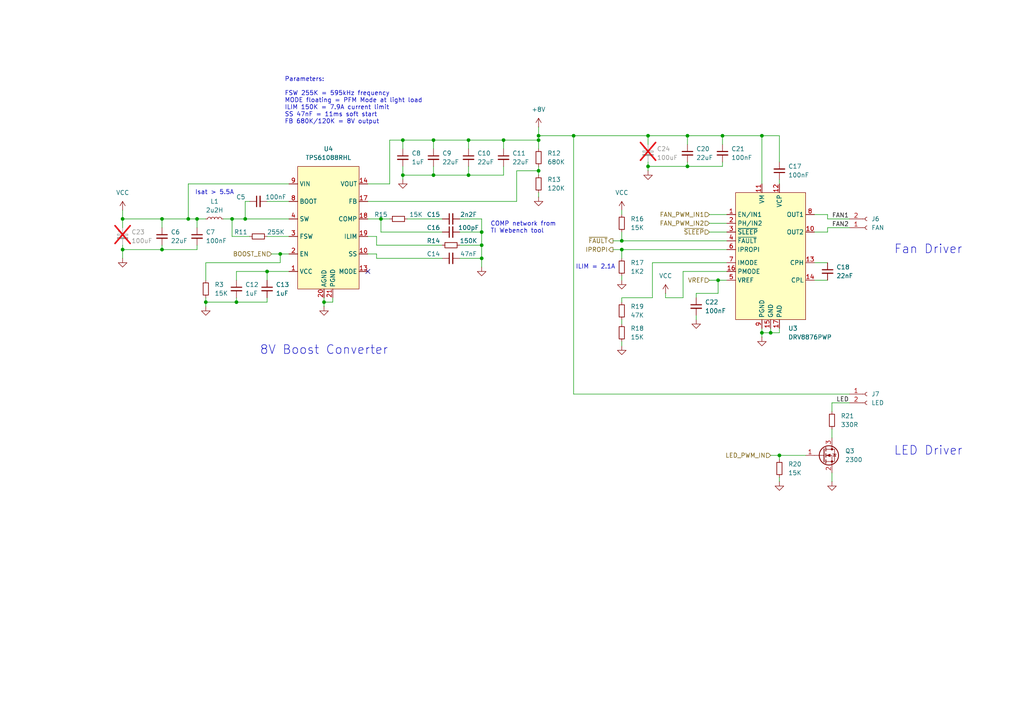
<source format=kicad_sch>
(kicad_sch (version 20231120) (generator "eeschema") (generator_version "8.0")
  (paper "A4")
  (title_block (title "LED Fan Controller") (date "2024-12-07") (rev "2") (company "Sleepy Pony Labs"))
  (lib_symbols
    (symbol "Connector:Conn_01x02_Socket" (pin_names (offset 1.016) hide)
      (property "Reference" "J" (at 0 2.54 0))
      (property "Value" "Conn_01x02_Socket" (at 0 -5.08 0))
      (symbol "Conn_01x02_Socket_1_1"
        (arc (start 0 -2.032) (mid -0.5058 -2.54) (end 0 -3.048) (stroke (width 0.1524)))
        (polyline (pts (xy -1.27 -2.54) (xy -0.508 -2.54)) (stroke (width 0.1524)))
        (polyline (pts (xy -1.27 0) (xy -0.508 0)) (stroke (width 0.1524)))
        (arc (start 0 0.508) (mid -0.5058 0) (end 0 -0.508) (stroke (width 0.1524)))
        (pin passive line (at -5.08 0 0) (length 3.81) (name "Pin_1") (number "1"))
        (pin passive line (at -5.08 -2.54 0) (length 3.81) (name "Pin_2") (number "2"))
      )
    )
    (symbol "Device:C_Polarized_Small" (pin_numbers hide) (pin_names (offset 0.254) hide)
      (property "Reference" "C" (at 0.254 1.778 0))
      (property "Value" "C_Polarized_Small" (at 0.254 -2.032 0))
      (symbol "C_Polarized_Small_0_1"
        (rectangle (start -1.524 -0.3048) (end 1.524 -0.6858) (fill (type outline)))
        (rectangle (start -1.524 0.6858) (end 1.524 0.3048))
        (polyline (pts (xy -1.27 1.524) (xy -0.762 1.524)))
        (polyline (pts (xy -1.016 1.27) (xy -1.016 1.778)))
      )
      (symbol "C_Polarized_Small_1_1"
        (pin passive line (at 0 2.54 270) (length 1.8542) (name "~") (number "1"))
        (pin passive line (at 0 -2.54 90) (length 1.8542) (name "~") (number "2"))
      )
    )
    (symbol "Device:C_Small" (pin_numbers hide) (pin_names (offset 0.254) hide)
      (property "Reference" "C" (at 0.254 1.778 0))
      (property "Value" "C_Small" (at 0.254 -2.032 0))
      (symbol "C_Small_0_1"
        (polyline (pts (xy -1.524 -0.508) (xy 1.524 -0.508)) (stroke (width 0.3302)))
        (polyline (pts (xy -1.524 0.508) (xy 1.524 0.508)) (stroke (width 0.3048)))
      )
      (symbol "C_Small_1_1"
        (pin passive line (at 0 2.54 270) (length 2.032) (name "~") (number "1"))
        (pin passive line (at 0 -2.54 90) (length 2.032) (name "~") (number "2"))
      )
    )
    (symbol "Device:L_Small" (pin_numbers hide) (pin_names (offset 0.254) hide)
      (property "Reference" "L" (at 0.762 1.016 0))
      (property "Value" "L_Small" (at 0.762 -1.016 0))
      (symbol "L_Small_0_1"
        (arc (start 0 -2.032) (mid 0.5058 -1.524) (end 0 -1.016))
        (arc (start 0 -1.016) (mid 0.5058 -0.508) (end 0 0))
        (arc (start 0 0) (mid 0.5058 0.508) (end 0 1.016))
        (arc (start 0 1.016) (mid 0.5058 1.524) (end 0 2.032))
      )
      (symbol "L_Small_1_1"
        (pin passive line (at 0 2.54 270) (length 0.508) (name "~") (number "1"))
        (pin passive line (at 0 -2.54 90) (length 0.508) (name "~") (number "2"))
      )
    )
    (symbol "Device:Q_NMOS_GSD" (pin_names (offset 0) hide)
      (property "Reference" "Q" (at 5.08 1.27 0))
      (property "Value" "Q_NMOS_GSD" (at 5.08 -1.27 0))
      (symbol "Q_NMOS_GSD_0_1"
        (polyline (pts (xy 0.254 0) (xy -2.54 0)))
        (polyline (pts (xy 0.254 1.905) (xy 0.254 -1.905)) (stroke (width 0.254)))
        (polyline (pts (xy 0.762 -1.27) (xy 0.762 -2.286)) (stroke (width 0.254)))
        (polyline (pts (xy 0.762 0.508) (xy 0.762 -0.508)) (stroke (width 0.254)))
        (polyline (pts (xy 0.762 2.286) (xy 0.762 1.27)) (stroke (width 0.254)))
        (polyline (pts (xy 2.54 2.54) (xy 2.54 1.778)))
        (polyline (pts (xy 2.54 -2.54) (xy 2.54 0) (xy 0.762 0)))
        (polyline (pts (xy 0.762 -1.778) (xy 3.302 -1.778) (xy 3.302 1.778) (xy 0.762 1.778)))
        (polyline (pts (xy 1.016 0) (xy 2.032 0.381) (xy 2.032 -0.381) (xy 1.016 0)) (fill (type outline)))
        (polyline (pts (xy 2.794 0.508) (xy 2.921 0.381) (xy 3.683 0.381) (xy 3.81 0.254)))
        (polyline (pts (xy 3.302 0.381) (xy 2.921 -0.254) (xy 3.683 -0.254) (xy 3.302 0.381)))
        (circle (center 1.651 0) (radius 2.794) (stroke (width 0.254)))
        (circle (center 2.54 -1.778) (radius 0.254) (fill (type outline)))
        (circle (center 2.54 1.778) (radius 0.254) (fill (type outline)))
      )
      (symbol "Q_NMOS_GSD_1_1"
        (pin input line (at -5.08 0 0) (length 2.54) (name "G") (number "1"))
        (pin passive line (at 2.54 -5.08 90) (length 2.54) (name "S") (number "2"))
        (pin passive line (at 2.54 5.08 270) (length 2.54) (name "D") (number "3"))
      )
    )
    (symbol "Device:R_Small" (pin_numbers hide) (pin_names (offset 0.254) hide)
      (property "Reference" "R" (at 0.762 0.508 0))
      (property "Value" "R_Small" (at 0.762 -1.016 0))
      (symbol "R_Small_0_1"
        (rectangle (start -0.762 1.778) (end 0.762 -1.778) (stroke (width 0.2032)))
      )
      (symbol "R_Small_1_1"
        (pin passive line (at 0 2.54 270) (length 0.762) (name "~") (number "1"))
        (pin passive line (at 0 -2.54 90) (length 0.762) (name "~") (number "2"))
      )
    )
    (symbol "fan_charger:DRV8876PWP"
      (property "Reference" "U" (at 12.446 -21.59 0))
      (property "Value" "DRV8876PWP" (at 12.954 -24.384 0))
      (symbol "DRV8876PWP_1_1"
        (rectangle (start -10.16 17.78) (end 10.16 -19.05) (fill (type background)))
        (pin input line (at -12.7 11.43 0) (length 2.54) (name "EN/IN1") (number "1"))
        (pin output line (at 12.7 6.35 180) (length 2.54) (name "OUT2") (number "10"))
        (pin power_in line (at -2.54 20.32 270) (length 2.54) (name "VM") (number "11"))
        (pin power_out line (at 2.54 20.32 270) (length 2.54) (name "VCP") (number "12"))
        (pin passive line (at 12.7 -2.54 180) (length 2.54) (name "CPH") (number "13"))
        (pin passive line (at 12.7 -7.62 180) (length 2.54) (name "CPL") (number "14"))
        (pin power_in line (at 0 -21.59 90) (length 2.54) (name "GND") (number "15"))
        (pin input line (at -12.7 -5.08 0) (length 2.54) (name "PMODE") (number "16"))
        (pin power_in line (at 2.54 -21.59 90) (length 2.54) (name "PAD") (number "17"))
        (pin input line (at -12.7 8.89 0) (length 2.54) (name "PH/IN2") (number "2"))
        (pin input line (at -12.7 6.35 0) (length 2.54) (name "~{SLEEP}") (number "3"))
        (pin open_collector line (at -12.7 3.81 0) (length 2.54) (name "~{FAULT}") (number "4"))
        (pin input line (at -12.7 -7.62 0) (length 2.54) (name "VREF") (number "5"))
        (pin output line (at -12.7 1.27 0) (length 2.54) (name "IPROPI") (number "6"))
        (pin input line (at -12.7 -2.54 0) (length 2.54) (name "IMODE") (number "7"))
        (pin output line (at 12.7 11.43 180) (length 2.54) (name "OUT1") (number "8"))
        (pin power_in line (at -2.54 -21.59 90) (length 2.54) (name "PGND") (number "9"))
      )
    )
    (symbol "fan_charger:TPS61088RHL"
      (property "Reference" "U" (at 16.51 -21.336 0))
      (property "Value" "TPS61088RHL" (at 17.018 -23.876 0))
      (symbol "TPS61088RHL_1_1"
        (rectangle (start -8.89 17.78) (end 8.89 -17.78) (fill (type background)))
        (pin power_out line (at -11.43 -12.7 0) (length 2.54) (name "VCC") (number "1"))
        (pin output line (at 11.43 -7.62 180) (length 2.54) (name "SS") (number "10"))
        (pin no_connect line (at 7.62 -20.32 90) (length 2.54) hide (name "NC") (number "11"))
        (pin no_connect line (at 5.08 -20.32 90) (length 2.54) hide (name "NC") (number "12"))
        (pin input line (at 11.43 -12.7 180) (length 2.54) (name "MODE") (number "13"))
        (pin power_out line (at 11.43 12.7 180) (length 2.54) (name "VOUT") (number "14"))
        (pin power_out line (at 11.43 12.7 180) (length 2.54) hide (name "VOUT") (number "15"))
        (pin power_out line (at 11.43 12.7 180) (length 2.54) hide (name "VOUT") (number "16"))
        (pin input line (at 11.43 7.62 180) (length 2.54) (name "FB") (number "17"))
        (pin output line (at 11.43 2.54 180) (length 2.54) (name "COMP") (number "18"))
        (pin output line (at 11.43 -2.54 180) (length 2.54) (name "ILIM") (number "19"))
        (pin input line (at -11.43 -7.62 0) (length 2.54) (name "EN") (number "2"))
        (pin power_in line (at -1.27 -20.32 90) (length 2.54) (name "AGND") (number "20"))
        (pin power_in line (at 1.27 -20.32 90) (length 2.54) (name "PGND") (number "21"))
        (pin input line (at -11.43 -2.54 0) (length 2.54) (name "FSW") (number "3"))
        (pin input line (at -11.43 2.54 0) (length 2.54) (name "SW") (number "4"))
        (pin input line (at -11.43 2.54 0) (length 2.54) hide (name "SW") (number "5"))
        (pin input line (at -11.43 2.54 0) (length 2.54) hide (name "SW") (number "6"))
        (pin input line (at -11.43 2.54 0) (length 2.54) hide (name "SW") (number "7"))
        (pin output line (at -11.43 7.62 0) (length 2.54) (name "BOOT") (number "8"))
        (pin power_in line (at -11.43 12.7 0) (length 2.54) (name "VIN") (number "9"))
      )
    )
    (symbol "power:+9V" (power) (pin_numbers hide) (pin_names (offset 0) hide)
      (property "Value" "+9V" (at 0 3.556 0))
      (symbol "+9V_0_1"
        (polyline (pts (xy -0.762 1.27) (xy 0 2.54)))
        (polyline (pts (xy 0 0) (xy 0 2.54)))
        (polyline (pts (xy 0 2.54) (xy 0.762 1.27)))
      )
      (symbol "+9V_1_1"
        (pin power_in line (at 0 0 90) (length 0) (name "~") (number "1"))
      )
    )
    (symbol "power:GND" (power) (pin_numbers hide) (pin_names (offset 0) hide)
      (property "Value" "GND" (at 0 -3.81 0))
      (symbol "GND_0_1"
        (polyline (pts (xy 0 0) (xy 0 -1.27) (xy 1.27 -1.27) (xy 0 -2.54) (xy -1.27 -1.27) (xy 0 -1.27)))
      )
      (symbol "GND_1_1"
        (pin power_in line (at 0 0 270) (length 0) (name "~") (number "1"))
      )
    )
    (symbol "power:VCC" (power) (pin_numbers hide) (pin_names (offset 0) hide)
      (property "Value" "VCC" (at 0 3.556 0))
      (symbol "VCC_0_1"
        (polyline (pts (xy -0.762 1.27) (xy 0 2.54)))
        (polyline (pts (xy 0 0) (xy 0 2.54)))
        (polyline (pts (xy 0 2.54) (xy 0.762 1.27)))
      )
      (symbol "VCC_1_1"
        (pin power_in line (at 0 0 90) (length 0) (name "~") (number "1"))
      )
    )
  )
  (junction (at 46.99 72.39))
  (junction (at 220.98 39.37))
  (junction (at 46.99 63.5))
  (junction (at 125.73 50.8))
  (junction (at 54.61 63.5))
  (junction (at 199.39 48.26))
  (junction (at 135.89 50.8))
  (junction (at 156.21 49.53))
  (junction (at 93.98 87.63))
  (junction (at 67.31 63.5))
  (junction (at 156.21 39.37))
  (junction (at 35.56 63.5))
  (junction (at 71.12 63.5))
  (junction (at 220.98 96.52))
  (junction (at 135.89 40.64))
  (junction (at 180.34 69.85))
  (junction (at 116.84 40.64))
  (junction (at 199.39 39.37))
  (junction (at 125.73 40.64))
  (junction (at 208.28 81.28))
  (junction (at 226.06 132.08))
  (junction (at 180.34 72.39))
  (junction (at 166.37 39.37))
  (junction (at 187.96 48.26))
  (junction (at 139.7 71.12))
  (junction (at 139.7 74.93))
  (junction (at 223.52 96.52))
  (junction (at 209.55 39.37))
  (junction (at 139.7 67.31))
  (junction (at 81.28 73.66))
  (junction (at 187.96 39.37))
  (junction (at 156.21 40.64))
  (junction (at 77.47 78.74))
  (junction (at 146.05 40.64))
  (junction (at 68.58 87.63))
  (junction (at 59.69 87.63))
  (junction (at 110.49 63.5))
  (junction (at 116.84 50.8))
  (junction (at 57.15 63.5))
  (junction (at 35.56 72.39))
  (no_connect (at 106.68 78.74))
  (wire (pts (xy 223.52 96.52) (xy 220.98 96.52)))
  (wire (pts (xy 110.49 63.5) (xy 113.03 63.5)))
  (wire (pts (xy 220.98 39.37) (xy 226.06 39.37)))
  (wire (pts (xy 35.56 60.96) (xy 35.56 63.5)))
  (wire (pts (xy 139.7 71.12) (xy 139.7 74.93)))
  (wire (pts (xy 125.73 40.64) (xy 135.89 40.64)))
  (wire (pts (xy 68.58 87.63) (xy 59.69 87.63)))
  (wire (pts (xy 236.22 62.23) (xy 240.03 62.23)))
  (wire (pts (xy 72.39 58.42) (xy 71.12 58.42)))
  (wire (pts (xy 125.73 48.26) (xy 125.73 50.8)))
  (wire (pts (xy 189.23 76.2) (xy 210.82 76.2)))
  (wire (pts (xy 116.84 50.8) (xy 116.84 52.07)))
  (wire (pts (xy 241.3 137.16) (xy 241.3 139.7)))
  (wire (pts (xy 205.74 62.23) (xy 210.82 62.23)))
  (wire (pts (xy 146.05 40.64) (xy 146.05 43.18)))
  (wire (pts (xy 166.37 39.37) (xy 187.96 39.37)))
  (wire (pts (xy 193.04 85.09) (xy 193.04 86.36)))
  (wire (pts (xy 106.68 53.34) (xy 113.03 53.34)))
  (wire (pts (xy 146.05 48.26) (xy 146.05 50.8)))
  (wire (pts (xy 226.06 52.07) (xy 226.06 53.34)))
  (wire (pts (xy 116.84 40.64) (xy 125.73 40.64)))
  (wire (pts (xy 68.58 87.63) (xy 77.47 87.63)))
  (wire (pts (xy 180.34 60.96) (xy 180.34 62.23)))
  (wire (pts (xy 72.39 68.58) (xy 67.31 68.58)))
  (wire (pts (xy 149.86 58.42) (xy 149.86 49.53)))
  (wire (pts (xy 96.52 87.63) (xy 93.98 87.63)))
  (wire (pts (xy 54.61 63.5) (xy 54.61 53.34)))
  (wire (pts (xy 226.06 132.08) (xy 233.68 132.08)))
  (wire (pts (xy 67.31 68.58) (xy 67.31 63.5)))
  (wire (pts (xy 156.21 49.53) (xy 156.21 50.8)))
  (wire (pts (xy 205.74 81.28) (xy 208.28 81.28)))
  (wire (pts (xy 187.96 39.37) (xy 187.96 41.91)))
  (wire (pts (xy 54.61 63.5) (xy 57.15 63.5)))
  (wire (pts (xy 180.34 87.63) (xy 180.34 86.36)))
  (wire (pts (xy 109.22 73.66) (xy 106.68 73.66)))
  (wire (pts (xy 201.93 86.36) (xy 201.93 85.09)))
  (wire (pts (xy 166.37 114.3) (xy 166.37 39.37)))
  (wire (pts (xy 177.8 69.85) (xy 180.34 69.85)))
  (wire (pts (xy 83.82 78.74) (xy 77.47 78.74)))
  (wire (pts (xy 246.38 116.84) (xy 241.3 116.84)))
  (wire (pts (xy 240.03 63.5) (xy 246.38 63.5)))
  (wire (pts (xy 93.98 87.63) (xy 93.98 88.9)))
  (wire (pts (xy 96.52 86.36) (xy 96.52 87.63)))
  (wire (pts (xy 109.22 74.93) (xy 109.22 73.66)))
  (wire (pts (xy 109.22 68.58) (xy 106.68 68.58)))
  (wire (pts (xy 205.74 67.31) (xy 210.82 67.31)))
  (wire (pts (xy 201.93 91.44) (xy 201.93 92.71)))
  (wire (pts (xy 77.47 58.42) (xy 83.82 58.42)))
  (wire (pts (xy 125.73 50.8) (xy 116.84 50.8)))
  (wire (pts (xy 135.89 40.64) (xy 135.89 43.18)))
  (wire (pts (xy 240.03 67.31) (xy 240.03 66.04)))
  (wire (pts (xy 226.06 138.43) (xy 226.06 139.7)))
  (wire (pts (xy 241.3 116.84) (xy 241.3 119.38)))
  (wire (pts (xy 68.58 81.28) (xy 68.58 78.74)))
  (wire (pts (xy 180.34 92.71) (xy 180.34 93.98)))
  (wire (pts (xy 180.34 80.01) (xy 180.34 81.28)))
  (wire (pts (xy 68.58 78.74) (xy 77.47 78.74)))
  (wire (pts (xy 236.22 81.28) (xy 240.03 81.28)))
  (wire (pts (xy 177.8 72.39) (xy 180.34 72.39)))
  (wire (pts (xy 236.22 76.2) (xy 240.03 76.2)))
  (wire (pts (xy 223.52 95.25) (xy 223.52 96.52)))
  (wire (pts (xy 118.11 63.5) (xy 128.27 63.5)))
  (wire (pts (xy 198.12 78.74) (xy 210.82 78.74)))
  (wire (pts (xy 93.98 86.36) (xy 93.98 87.63)))
  (wire (pts (xy 78.74 73.66) (xy 81.28 73.66)))
  (wire (pts (xy 46.99 71.12) (xy 46.99 72.39)))
  (wire (pts (xy 240.03 66.04) (xy 246.38 66.04)))
  (wire (pts (xy 209.55 48.26) (xy 199.39 48.26)))
  (wire (pts (xy 193.04 86.36) (xy 198.12 86.36)))
  (wire (pts (xy 198.12 86.36) (xy 198.12 78.74)))
  (wire (pts (xy 64.77 63.5) (xy 67.31 63.5)))
  (wire (pts (xy 199.39 39.37) (xy 199.39 41.91)))
  (wire (pts (xy 81.28 73.66) (xy 83.82 73.66)))
  (wire (pts (xy 110.49 67.31) (xy 110.49 63.5)))
  (wire (pts (xy 135.89 50.8) (xy 125.73 50.8)))
  (wire (pts (xy 240.03 62.23) (xy 240.03 63.5)))
  (wire (pts (xy 146.05 40.64) (xy 156.21 40.64)))
  (wire (pts (xy 133.35 71.12) (xy 139.7 71.12)))
  (wire (pts (xy 67.31 63.5) (xy 71.12 63.5)))
  (wire (pts (xy 226.06 133.35) (xy 226.06 132.08)))
  (wire (pts (xy 77.47 78.74) (xy 77.47 81.28)))
  (wire (pts (xy 35.56 72.39) (xy 46.99 72.39)))
  (wire (pts (xy 209.55 39.37) (xy 220.98 39.37)))
  (wire (pts (xy 128.27 67.31) (xy 110.49 67.31)))
  (wire (pts (xy 128.27 71.12) (xy 109.22 71.12)))
  (wire (pts (xy 199.39 39.37) (xy 209.55 39.37)))
  (wire (pts (xy 133.35 63.5) (xy 139.7 63.5)))
  (wire (pts (xy 220.98 96.52) (xy 220.98 97.79)))
  (wire (pts (xy 205.74 64.77) (xy 210.82 64.77)))
  (wire (pts (xy 187.96 39.37) (xy 199.39 39.37)))
  (wire (pts (xy 246.38 114.3) (xy 166.37 114.3)))
  (wire (pts (xy 59.69 81.28) (xy 59.69 76.2)))
  (wire (pts (xy 187.96 48.26) (xy 187.96 49.53)))
  (wire (pts (xy 156.21 40.64) (xy 156.21 43.18)))
  (wire (pts (xy 71.12 58.42) (xy 71.12 63.5)))
  (wire (pts (xy 59.69 63.5) (xy 57.15 63.5)))
  (wire (pts (xy 180.34 86.36) (xy 189.23 86.36)))
  (wire (pts (xy 77.47 68.58) (xy 83.82 68.58)))
  (wire (pts (xy 59.69 86.36) (xy 59.69 87.63)))
  (wire (pts (xy 156.21 39.37) (xy 156.21 40.64)))
  (wire (pts (xy 180.34 99.06) (xy 180.34 100.33)))
  (wire (pts (xy 146.05 50.8) (xy 135.89 50.8)))
  (wire (pts (xy 35.56 66.04) (xy 35.56 63.5)))
  (wire (pts (xy 71.12 63.5) (xy 83.82 63.5)))
  (wire (pts (xy 46.99 72.39) (xy 57.15 72.39)))
  (wire (pts (xy 187.96 46.99) (xy 187.96 48.26)))
  (wire (pts (xy 128.27 74.93) (xy 109.22 74.93)))
  (wire (pts (xy 156.21 55.88) (xy 156.21 57.15)))
  (wire (pts (xy 35.56 71.12) (xy 35.56 72.39)))
  (wire (pts (xy 139.7 63.5) (xy 139.7 67.31)))
  (wire (pts (xy 135.89 48.26) (xy 135.89 50.8)))
  (wire (pts (xy 57.15 71.12) (xy 57.15 72.39)))
  (wire (pts (xy 125.73 40.64) (xy 125.73 43.18)))
  (wire (pts (xy 35.56 72.39) (xy 35.56 74.93)))
  (wire (pts (xy 35.56 63.5) (xy 46.99 63.5)))
  (wire (pts (xy 156.21 49.53) (xy 156.21 48.26)))
  (wire (pts (xy 116.84 48.26) (xy 116.84 50.8)))
  (wire (pts (xy 226.06 96.52) (xy 223.52 96.52)))
  (wire (pts (xy 133.35 74.93) (xy 139.7 74.93)))
  (wire (pts (xy 180.34 72.39) (xy 180.34 74.93)))
  (wire (pts (xy 139.7 74.93) (xy 139.7 77.47)))
  (wire (pts (xy 113.03 40.64) (xy 116.84 40.64)))
  (wire (pts (xy 46.99 63.5) (xy 54.61 63.5)))
  (wire (pts (xy 180.34 69.85) (xy 210.82 69.85)))
  (wire (pts (xy 59.69 76.2) (xy 81.28 76.2)))
  (wire (pts (xy 81.28 76.2) (xy 81.28 73.66)))
  (wire (pts (xy 77.47 86.36) (xy 77.47 87.63)))
  (wire (pts (xy 201.93 85.09) (xy 208.28 85.09)))
  (wire (pts (xy 208.28 81.28) (xy 210.82 81.28)))
  (wire (pts (xy 156.21 39.37) (xy 166.37 39.37)))
  (wire (pts (xy 209.55 39.37) (xy 209.55 41.91)))
  (wire (pts (xy 220.98 95.25) (xy 220.98 96.52)))
  (wire (pts (xy 106.68 63.5) (xy 110.49 63.5)))
  (wire (pts (xy 180.34 69.85) (xy 180.34 67.31)))
  (wire (pts (xy 57.15 63.5) (xy 57.15 66.04)))
  (wire (pts (xy 220.98 53.34) (xy 220.98 39.37)))
  (wire (pts (xy 109.22 71.12) (xy 109.22 68.58)))
  (wire (pts (xy 149.86 49.53) (xy 156.21 49.53)))
  (wire (pts (xy 236.22 67.31) (xy 240.03 67.31)))
  (wire (pts (xy 59.69 87.63) (xy 59.69 88.9)))
  (wire (pts (xy 223.52 132.08) (xy 226.06 132.08)))
  (wire (pts (xy 116.84 40.64) (xy 116.84 43.18)))
  (wire (pts (xy 156.21 36.83) (xy 156.21 39.37)))
  (wire (pts (xy 241.3 124.46) (xy 241.3 127)))
  (wire (pts (xy 180.34 72.39) (xy 210.82 72.39)))
  (wire (pts (xy 46.99 66.04) (xy 46.99 63.5)))
  (wire (pts (xy 139.7 67.31) (xy 139.7 71.12)))
  (wire (pts (xy 189.23 86.36) (xy 189.23 76.2)))
  (wire (pts (xy 54.61 53.34) (xy 83.82 53.34)))
  (wire (pts (xy 208.28 85.09) (xy 208.28 81.28)))
  (wire (pts (xy 187.96 48.26) (xy 199.39 48.26)))
  (wire (pts (xy 209.55 46.99) (xy 209.55 48.26)))
  (wire (pts (xy 68.58 86.36) (xy 68.58 87.63)))
  (wire (pts (xy 106.68 58.42) (xy 149.86 58.42)))
  (wire (pts (xy 226.06 39.37) (xy 226.06 46.99)))
  (wire (pts (xy 113.03 53.34) (xy 113.03 40.64)))
  (wire (pts (xy 199.39 46.99) (xy 199.39 48.26)))
  (wire (pts (xy 226.06 95.25) (xy 226.06 96.52)))
  (wire (pts (xy 135.89 40.64) (xy 146.05 40.64)))
  (wire (pts (xy 133.35 67.31) (xy 139.7 67.31)))
  (text "Fan Driver" (at 269.24 72.39 0) (effects (font (size 2.54 2.54))))
  (text "Isat > 5.5A" (at 62.23 55.88 0) (effects (font (size 1.27 1.27))))
  (text "LED Driver" (at 269.24 130.81 0) (effects (font (size 2.54 2.54))))
  (text "Parameters:\n\nFSW 255K = 595kHz frequency\nMODE floating = PFM Mode at light load\nILIM 150K = 7.9A current limit\nSS 47nF = 11ms soft start\nFB 680K/120K = 8V output" (at 82.55 29.21 0) (effects (font (size 1.27 1.27)) (justify left)))
  (text "ILIM = 2.1A" (at 172.72 77.47 0) (effects (font (size 1.27 1.27))))
  (text "8V Boost Converter" (at 93.98 101.6 0) (effects (font (size 2.54 2.54))))
  (text "COMP network from\nTI Webench tool" (at 142.24 66.04 0) (effects (font (size 1.27 1.27)) (justify left)))
  (label "FAN2" (at 241.3 66.04 0))
  (label "FAN1" (at 241.3 63.5 0))
  (label "LED" (at 242.57 116.84 0))
  (hierarchical_label "VREF" (shape input) (at 205.74 81.28 180))
  (hierarchical_label "FAN_PWM_IN2" (shape input) (at 205.74 64.77 180))
  (hierarchical_label "BOOST_EN" (shape input) (at 78.74 73.66 180))
  (hierarchical_label "FAN_PWM_IN1" (shape input) (at 205.74 62.23 180))
  (hierarchical_label "LED_PWM_IN" (shape input) (at 223.52 132.08 180))
  (hierarchical_label "~{SLEEP}" (shape input) (at 205.74 67.31 180))
  (hierarchical_label "~{FAULT}" (shape output) (at 177.8 69.85 180))
  (hierarchical_label "IPROPI" (shape output) (at 177.8 72.39 180))
  (symbol (lib_id "Device:R_Small") (at 156.21 53.34 0) (unit 1)
    (property "Reference" "R13" (at 158.75 52.0699 0) (effects (justify left)))
    (property "Value" "120K" (at 158.75 54.6099 0) (effects (justify left)))
    (property "Footprint" "Resistor_SMD:R_0603_1608Metric" (effects (hide yes)))
    (property "Description" "Resistor, small symbol" (effects (hide yes)))
  )
  (symbol (lib_id "power:GND") (at 220.98 97.79 0) (unit 1)
    (property "Reference" "#PWR029" (effects (hide yes)))
    (property "Value" "GND" (effects (hide yes)))
    (property "Description" "Power symbol creates a global label with name \"GND\" , ground" (effects (hide yes)))
  )
  (symbol (lib_id "power:GND") (at 180.34 100.33 0) (unit 1)
    (property "Reference" "#PWR032" (effects (hide yes)))
    (property "Value" "GND" (effects (hide yes)))
    (property "Description" "Power symbol creates a global label with name \"GND\" , ground" (effects (hide yes)))
  )
  (symbol (lib_id "Device:R_Small") (at 226.06 135.89 0) (unit 1)
    (property "Reference" "R20" (at 228.6 134.6199 0) (effects (justify left)))
    (property "Value" "15K" (at 228.6 137.1599 0) (effects (justify left)))
    (property "Footprint" "Resistor_SMD:R_0603_1608Metric" (effects (hide yes)))
    (property "Description" "Resistor, small symbol" (effects (hide yes)))
  )
  (symbol (lib_id "Device:R_Small") (at 241.3 121.92 0) (unit 1)
    (property "Reference" "R21" (at 243.84 120.6499 0) (effects (justify left)))
    (property "Value" "330R" (at 243.84 123.1899 0) (effects (justify left)))
    (property "Footprint" "Resistor_SMD:R_0603_1608Metric" (effects (hide yes)))
    (property "Description" "Resistor, small symbol" (effects (hide yes)))
  )
  (symbol (lib_id "power:GND") (at 93.98 88.9 0) (unit 1)
    (property "Reference" "#PWR023" (effects (hide yes)))
    (property "Value" "GND" (effects (hide yes)))
    (property "Description" "Power symbol creates a global label with name \"GND\" , ground" (effects (hide yes)))
  )
  (symbol (lib_id "Device:L_Small") (at 62.23 63.5 90) (unit 1)
    (property "Reference" "L1" (at 62.23 58.42 90))
    (property "Value" "2u2H" (at 62.23 60.96 90))
    (property "Footprint" "Inductor_SMD:L_Abracon_ASPI-0630LR" (effects (hide yes)))
    (property "Description" "Inductor, small symbol" (effects (hide yes)))
  )
  (symbol (lib_id "Device:C_Small") (at 146.05 45.72 0) (unit 1)
    (property "Reference" "C11" (at 148.59 44.4562 0) (effects (justify left)))
    (property "Value" "22uF" (at 148.59 46.9962 0) (effects (justify left)))
    (property "Footprint" "Capacitor_SMD:C_1210_3225Metric" (effects (hide yes)))
    (property "Description" "Unpolarized capacitor, small symbol" (effects (hide yes)))
  )
  (symbol (lib_id "Device:C_Polarized_Small") (at 187.96 44.45 0) (unit 1) (in_bom no) (dnp yes)
    (property "Reference" "C24" (at 190.5 43.18 0) (effects (justify left)))
    (property "Value" "100uF" (at 190.5 45.72 0) (effects (justify left)))
    (property "Footprint" "Capacitor_THT:CP_Radial_D6.3mm_P2.50mm" (effects (hide yes)))
    (property "Description" "Polarized capacitor, small symbol" (effects (hide yes)))
  )
  (symbol (lib_id "power:GND") (at 116.84 52.07 0) (unit 1)
    (property "Reference" "#PWR024" (effects (hide yes)))
    (property "Value" "GND" (effects (hide yes)))
    (property "Description" "Power symbol creates a global label with name \"GND\" , ground" (effects (hide yes)))
  )
  (symbol (lib_id "Device:C_Small") (at 116.84 45.72 0) (unit 1)
    (property "Reference" "C8" (at 119.38 44.4562 0) (effects (justify left)))
    (property "Value" "1uF" (at 119.38 46.9962 0) (effects (justify left)))
    (property "Footprint" "Capacitor_SMD:C_0603_1608Metric" (effects (hide yes)))
    (property "Description" "Unpolarized capacitor, small symbol" (effects (hide yes)))
  )
  (symbol (lib_id "Device:C_Small") (at 226.06 49.53 180) (unit 1)
    (property "Reference" "C17" (at 228.6 48.2535 0) (effects (justify right)))
    (property "Value" "100nF" (at 228.6 50.7935 0) (effects (justify right)))
    (property "Footprint" "Capacitor_SMD:C_0603_1608Metric" (effects (hide yes)))
    (property "Description" "Unpolarized capacitor, small symbol" (effects (hide yes)))
  )
  (symbol (lib_id "power:+9V") (at 156.21 36.83 0) (unit 1)
    (property "Reference" "#PWR026" (effects (hide yes)))
    (property "Value" "+8V" (at 156.21 31.75 0))
    (property "Description" "Power symbol creates a global label with name \"+9V\"" (effects (hide yes)))
  )
  (symbol (lib_id "Device:C_Small") (at 201.93 88.9 0) (unit 1)
    (property "Reference" "C22" (at 204.47 87.6362 0) (effects (justify left)))
    (property "Value" "100nF" (at 204.47 90.1762 0) (effects (justify left)))
    (property "Footprint" "Capacitor_SMD:C_0603_1608Metric" (effects (hide yes)))
    (property "Description" "Unpolarized capacitor, small symbol" (effects (hide yes)))
  )
  (symbol (lib_id "Connector:Conn_01x02_Socket") (at 251.46 114.3 0) (unit 1)
    (property "Reference" "J7" (at 252.73 114.2999 0) (effects (justify left)))
    (property "Value" "LED" (at 252.73 116.8399 0) (effects (justify left)))
    (property "Footprint" "Connector_JST:JST_XH_S2B-XH-A_1x02_P2.50mm_Horizontal" (effects (hide yes)))
    (property "Description" "Generic connector, single row, 01x02, script generated" (effects (hide yes)))
  )
  (symbol (lib_id "Device:R_Small") (at 59.69 83.82 0) (unit 1)
    (property "Reference" "R3" (at 62.23 82.5499 0) (effects (justify left)))
    (property "Value" "15K" (at 62.23 85.0899 0) (effects (justify left)))
    (property "Footprint" "Resistor_SMD:R_0603_1608Metric" (effects (hide yes)))
    (property "Description" "Resistor, small symbol" (effects (hide yes)))
  )
  (symbol (lib_id "power:VCC") (at 180.34 60.96 0) (unit 1)
    (property "Reference" "#PWR049" (effects (hide yes)))
    (property "Value" "VCC" (at 180.34 55.88 0))
    (property "Description" "Power symbol creates a global label with name \"VCC\"" (effects (hide yes)))
  )
  (symbol (lib_id "power:GND") (at 187.96 49.53 0) (unit 1)
    (property "Reference" "#PWR046" (effects (hide yes)))
    (property "Value" "GND" (effects (hide yes)))
    (property "Description" "Power symbol creates a global label with name \"GND\" , ground" (effects (hide yes)))
  )
  (symbol (lib_id "Device:Q_NMOS_GSD") (at 238.76 132.08 0) (unit 1)
    (property "Reference" "Q3" (at 245.11 130.8099 0) (effects (justify left)))
    (property "Value" "2300" (at 245.11 133.3499 0) (effects (justify left)))
    (property "Footprint" "Package_TO_SOT_SMD:SOT-23" (effects (hide yes)))
    (property "Description" "N-MOSFET transistor, gate/source/drain" (effects (hide yes)))
  )
  (symbol (lib_id "Device:R_Small") (at 180.34 96.52 0) (unit 1)
    (property "Reference" "R18" (at 182.88 95.2499 0) (effects (justify left)))
    (property "Value" "15K" (at 182.88 97.7899 0) (effects (justify left)))
    (property "Footprint" "Resistor_SMD:R_0603_1608Metric" (effects (hide yes)))
    (property "Description" "Resistor, small symbol" (effects (hide yes)))
  )
  (symbol (lib_id "Device:C_Small") (at 199.39 44.45 0) (unit 1)
    (property "Reference" "C20" (at 201.93 43.1862 0) (effects (justify left)))
    (property "Value" "22uF" (at 201.93 45.7262 0) (effects (justify left)))
    (property "Footprint" "Capacitor_SMD:C_1210_3225Metric" (effects (hide yes)))
    (property "Description" "Unpolarized capacitor, small symbol" (effects (hide yes)))
  )
  (symbol (lib_id "Device:C_Small") (at 130.81 67.31 90) (unit 1)
    (property "Reference" "C16" (at 125.73 66.04 90))
    (property "Value" "100pF" (at 135.89 66.04 90))
    (property "Footprint" "Capacitor_SMD:C_0603_1608Metric" (effects (hide yes)))
    (property "Description" "Unpolarized capacitor, small symbol" (effects (hide yes)))
  )
  (symbol (lib_id "fan_charger:TPS61088RHL") (at 95.25 66.04 0) (unit 1)
    (property "Reference" "U4" (at 95.25 43.18 0))
    (property "Value" "TPS61088RHL" (at 95.25 45.72 0))
    (property "Footprint" "Package_DFN_QFN:Texas_VQFN-RHL-20" (effects (hide yes)))
    (property "Datasheet" "https://www.ti.com/lit/ds/symlink/tps61088.pdf" (effects (hide yes)))
    (property "Description" "10-A Fully-Integrated Synchronous Boost Converter" (effects (hide yes)))
  )
  (symbol (lib_id "power:GND") (at 156.21 57.15 0) (unit 1)
    (property "Reference" "#PWR025" (effects (hide yes)))
    (property "Value" "GND" (effects (hide yes)))
    (property "Description" "Power symbol creates a global label with name \"GND\" , ground" (effects (hide yes)))
  )
  (symbol (lib_id "power:GND") (at 226.06 139.7 0) (unit 1)
    (property "Reference" "#PWR035" (effects (hide yes)))
    (property "Value" "GND" (effects (hide yes)))
    (property "Description" "Power symbol creates a global label with name \"GND\" , ground" (effects (hide yes)))
  )
  (symbol (lib_id "Device:C_Small") (at 135.89 45.72 0) (unit 1)
    (property "Reference" "C10" (at 138.43 44.4562 0) (effects (justify left)))
    (property "Value" "22uF" (at 138.43 46.9962 0) (effects (justify left)))
    (property "Footprint" "Capacitor_SMD:C_1210_3225Metric" (effects (hide yes)))
    (property "Description" "Unpolarized capacitor, small symbol" (effects (hide yes)))
  )
  (symbol (lib_id "Device:C_Small") (at 130.81 63.5 90) (unit 1)
    (property "Reference" "C15" (at 125.73 62.23 90))
    (property "Value" "2n2F" (at 135.89 62.23 90))
    (property "Footprint" "Capacitor_SMD:C_0603_1608Metric" (effects (hide yes)))
    (property "Description" "Unpolarized capacitor, small symbol" (effects (hide yes)))
  )
  (symbol (lib_id "power:GND") (at 139.7 77.47 0) (unit 1)
    (property "Reference" "#PWR028" (effects (hide yes)))
    (property "Value" "GND" (effects (hide yes)))
    (property "Description" "Power symbol creates a global label with name \"GND\" , ground" (effects (hide yes)))
  )
  (symbol (lib_id "Device:C_Small") (at 125.73 45.72 0) (unit 1)
    (property "Reference" "C9" (at 128.27 44.4562 0) (effects (justify left)))
    (property "Value" "22uF" (at 128.27 46.9962 0) (effects (justify left)))
    (property "Footprint" "Capacitor_SMD:C_1210_3225Metric" (effects (hide yes)))
    (property "Description" "Unpolarized capacitor, small symbol" (effects (hide yes)))
  )
  (symbol (lib_id "Device:C_Small") (at 77.47 83.82 0) (unit 1)
    (property "Reference" "C13" (at 80.01 82.5562 0) (effects (justify left)))
    (property "Value" "1uF" (at 80.01 85.0962 0) (effects (justify left)))
    (property "Footprint" "Capacitor_SMD:C_0603_1608Metric" (effects (hide yes)))
    (property "Description" "Unpolarized capacitor, small symbol" (effects (hide yes)))
  )
  (symbol (lib_id "Device:C_Small") (at 130.81 74.93 90) (unit 1)
    (property "Reference" "C14" (at 125.73 73.66 90))
    (property "Value" "47nF" (at 135.89 73.66 90))
    (property "Footprint" "Capacitor_SMD:C_0603_1608Metric" (effects (hide yes)))
    (property "Description" "Unpolarized capacitor, small symbol" (effects (hide yes)))
  )
  (symbol (lib_id "Device:R_Small") (at 180.34 90.17 0) (unit 1)
    (property "Reference" "R19" (at 182.88 88.8999 0) (effects (justify left)))
    (property "Value" "47K" (at 182.88 91.4399 0) (effects (justify left)))
    (property "Footprint" "Resistor_SMD:R_0603_1608Metric" (effects (hide yes)))
    (property "Description" "Resistor, small symbol" (effects (hide yes)))
  )
  (symbol (lib_id "Connector:Conn_01x02_Socket") (at 251.46 66.04 0) (mirror x) (unit 1)
    (property "Reference" "J6" (at 252.73 63.5 0) (effects (justify left)))
    (property "Value" "FAN" (at 252.73 66.04 0) (effects (justify left)))
    (property "Footprint" "Connector_JST:JST_XH_S2B-XH-A_1x02_P2.50mm_Horizontal" (effects (hide yes)))
    (property "Description" "Generic connector, single row, 01x02, script generated" (effects (hide yes)))
  )
  (symbol (lib_id "power:GND") (at 241.3 139.7 0) (unit 1)
    (property "Reference" "#PWR034" (effects (hide yes)))
    (property "Value" "GND" (effects (hide yes)))
    (property "Description" "Power symbol creates a global label with name \"GND\" , ground" (effects (hide yes)))
  )
  (symbol (lib_id "Device:R_Small") (at 180.34 64.77 0) (unit 1)
    (property "Reference" "R16" (at 182.88 63.4999 0) (effects (justify left)))
    (property "Value" "15K" (at 182.88 66.0399 0) (effects (justify left)))
    (property "Footprint" "Resistor_SMD:R_0603_1608Metric" (effects (hide yes)))
    (property "Description" "Resistor, small symbol" (effects (hide yes)))
  )
  (symbol (lib_id "power:GND") (at 59.69 88.9 0) (unit 1)
    (property "Reference" "#PWR027" (effects (hide yes)))
    (property "Value" "GND" (effects (hide yes)))
    (property "Description" "Power symbol creates a global label with name \"GND\" , ground" (effects (hide yes)))
  )
  (symbol (lib_id "power:GND") (at 180.34 81.28 0) (unit 1)
    (property "Reference" "#PWR031" (effects (hide yes)))
    (property "Value" "GND" (effects (hide yes)))
    (property "Description" "Power symbol creates a global label with name \"GND\" , ground" (effects (hide yes)))
  )
  (symbol (lib_id "power:VCC") (at 35.56 60.96 0) (unit 1)
    (property "Reference" "#PWR022" (effects (hide yes)))
    (property "Value" "VCC" (at 35.56 55.88 0))
    (property "Description" "Power symbol creates a global label with name \"VCC\"" (effects (hide yes)))
  )
  (symbol (lib_id "Device:R_Small") (at 180.34 77.47 0) (unit 1)
    (property "Reference" "R17" (at 182.88 76.1999 0) (effects (justify left)))
    (property "Value" "1K2" (at 182.88 78.7399 0) (effects (justify left)))
    (property "Footprint" "Resistor_SMD:R_0603_1608Metric" (effects (hide yes)))
    (property "Description" "Resistor, small symbol" (effects (hide yes)))
  )
  (symbol (lib_id "Device:R_Small") (at 74.93 68.58 90) (unit 1)
    (property "Reference" "R11" (at 69.85 67.31 90))
    (property "Value" "255K" (at 80.01 67.31 90))
    (property "Footprint" "Resistor_SMD:R_0603_1608Metric" (effects (hide yes)))
    (property "Description" "Resistor, small symbol" (effects (hide yes)))
  )
  (symbol (lib_id "power:GND") (at 201.93 92.71 0) (unit 1)
    (property "Reference" "#PWR047" (effects (hide yes)))
    (property "Value" "GND" (effects (hide yes)))
    (property "Description" "Power symbol creates a global label with name \"GND\" , ground" (effects (hide yes)))
  )
  (symbol (lib_id "Device:R_Small") (at 115.57 63.5 90) (unit 1)
    (property "Reference" "R15" (at 110.49 62.23 90))
    (property "Value" "15K" (at 120.65 62.23 90))
    (property "Footprint" "Resistor_SMD:R_0603_1608Metric" (effects (hide yes)))
    (property "Description" "Resistor, small symbol" (effects (hide yes)))
  )
  (symbol (lib_id "power:GND") (at 35.56 74.93 0) (unit 1)
    (property "Reference" "#PWR021" (effects (hide yes)))
    (property "Value" "GND" (effects (hide yes)))
    (property "Description" "Power symbol creates a global label with name \"GND\" , ground" (effects (hide yes)))
  )
  (symbol (lib_id "power:VCC") (at 193.04 85.09 0) (unit 1)
    (property "Reference" "#PWR050" (effects (hide yes)))
    (property "Value" "VCC" (at 193.04 80.01 0))
    (property "Description" "Power symbol creates a global label with name \"VCC\"" (effects (hide yes)))
  )
  (symbol (lib_id "Device:C_Small") (at 46.99 68.58 0) (unit 1)
    (property "Reference" "C6" (at 49.53 67.3162 0) (effects (justify left)))
    (property "Value" "22uF" (at 49.53 69.8562 0) (effects (justify left)))
    (property "Footprint" "Capacitor_SMD:C_1210_3225Metric" (effects (hide yes)))
    (property "Description" "Unpolarized capacitor, small symbol" (effects (hide yes)))
  )
  (symbol (lib_id "fan_charger:DRV8876PWP") (at 223.52 73.66 0) (unit 1)
    (property "Reference" "U3" (at 228.6 95.25 0) (effects (justify left)))
    (property "Value" "DRV8876PWP" (at 228.6 97.79 0) (effects (justify left)))
    (property "Footprint" "Package_SO:TSSOP-16-1EP_4.4x5mm_P0.65mm" (effects (hide yes)))
    (property "Datasheet" "https://www.ti.com/lit/ds/symlink/drv8876.pdf" (effects (hide yes)))
    (property "Description" "H-Bridge Motor Driver With Integrated Current Sense and Regulation" (effects (hide yes)))
  )
  (symbol (lib_id "Device:C_Small") (at 74.93 58.42 90) (unit 1)
    (property "Reference" "C5" (at 69.85 57.15 90))
    (property "Value" "100nF" (at 80.01 57.15 90))
    (property "Footprint" "Capacitor_SMD:C_0603_1608Metric" (effects (hide yes)))
    (property "Description" "Unpolarized capacitor, small symbol" (effects (hide yes)))
  )
  (symbol (lib_id "Device:C_Small") (at 68.58 83.82 0) (unit 1)
    (property "Reference" "C12" (at 71.12 82.5562 0) (effects (justify left)))
    (property "Value" "1uF" (at 71.12 85.0962 0) (effects (justify left)))
    (property "Footprint" "Capacitor_SMD:C_0603_1608Metric" (effects (hide yes)))
    (property "Description" "Unpolarized capacitor, small symbol" (effects (hide yes)))
  )
  (symbol (lib_id "Device:R_Small") (at 130.81 71.12 90) (unit 1)
    (property "Reference" "R14" (at 125.73 69.85 90))
    (property "Value" "150K" (at 135.89 69.85 90))
    (property "Footprint" "Resistor_SMD:R_0603_1608Metric" (effects (hide yes)))
    (property "Description" "Resistor, small symbol" (effects (hide yes)))
  )
  (symbol (lib_id "Device:C_Polarized_Small") (at 35.56 68.58 0) (unit 1) (in_bom no) (dnp yes)
    (property "Reference" "C23" (at 38.1 67.31 0) (effects (justify left)))
    (property "Value" "100uF" (at 38.1 69.85 0) (effects (justify left)))
    (property "Footprint" "Capacitor_THT:CP_Radial_D6.3mm_P2.50mm" (effects (hide yes)))
    (property "Description" "Polarized capacitor, small symbol" (effects (hide yes)))
  )
  (symbol (lib_id "Device:C_Small") (at 240.03 78.74 0) (unit 1)
    (property "Reference" "C18" (at 242.57 77.4762 0) (effects (justify left)))
    (property "Value" "22nF" (at 242.57 80.0162 0) (effects (justify left)))
    (property "Footprint" "Capacitor_SMD:C_0603_1608Metric" (effects (hide yes)))
    (property "Description" "Unpolarized capacitor, small symbol" (effects (hide yes)))
  )
  (symbol (lib_id "Device:C_Small") (at 209.55 44.45 0) (unit 1)
    (property "Reference" "C21" (at 212.09 43.1862 0) (effects (justify left)))
    (property "Value" "100nF" (at 212.09 45.7262 0) (effects (justify left)))
    (property "Footprint" "Capacitor_SMD:C_0603_1608Metric" (effects (hide yes)))
    (property "Description" "Unpolarized capacitor, small symbol" (effects (hide yes)))
  )
  (symbol (lib_id "Device:C_Small") (at 57.15 68.58 0) (unit 1)
    (property "Reference" "C7" (at 59.69 67.3162 0) (effects (justify left)))
    (property "Value" "100nF" (at 59.69 69.8562 0) (effects (justify left)))
    (property "Footprint" "Capacitor_SMD:C_0603_1608Metric" (effects (hide yes)))
    (property "Description" "Unpolarized capacitor, small symbol" (effects (hide yes)))
  )
  (symbol (lib_id "Device:R_Small") (at 156.21 45.72 0) (unit 1)
    (property "Reference" "R12" (at 158.75 44.4499 0) (effects (justify left)))
    (property "Value" "680K" (at 158.75 46.9899 0) (effects (justify left)))
    (property "Footprint" "Resistor_SMD:R_0603_1608Metric" (effects (hide yes)))
    (property "Description" "Resistor, small symbol" (effects (hide yes)))
  )
)
</source>
